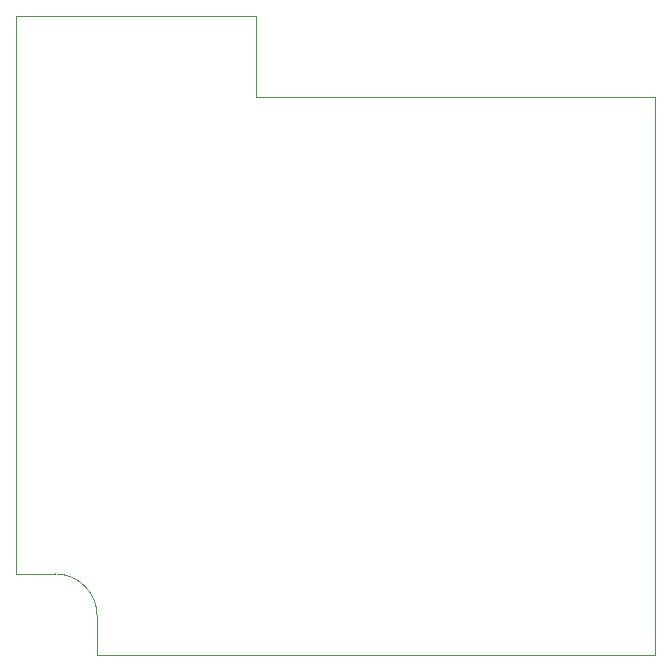
<source format=gm1>
G04 #@! TF.GenerationSoftware,KiCad,Pcbnew,(5.1.8-0-10_14)*
G04 #@! TF.CreationDate,2021-08-13T20:39:07-06:00*
G04 #@! TF.ProjectId,ESP8266_Water_Sensor,45535038-3236-4365-9f57-617465725f53,rev?*
G04 #@! TF.SameCoordinates,Original*
G04 #@! TF.FileFunction,Profile,NP*
%FSLAX46Y46*%
G04 Gerber Fmt 4.6, Leading zero omitted, Abs format (unit mm)*
G04 Created by KiCad (PCBNEW (5.1.8-0-10_14)) date 2021-08-13 20:39:07*
%MOMM*%
%LPD*%
G01*
G04 APERTURE LIST*
G04 #@! TA.AperFunction,Profile*
%ADD10C,0.025400*%
G04 #@! TD*
G04 APERTURE END LIST*
D10*
X223520000Y-83058000D02*
X257302000Y-83058000D01*
X223520000Y-83058000D02*
X223520000Y-76200000D01*
X206502000Y-123444000D02*
X203200000Y-123444000D01*
X210058000Y-127000000D02*
X210058000Y-130302000D01*
X210058000Y-127000000D02*
G75*
G03*
X206502000Y-123444000I-3556000J0D01*
G01*
X203200000Y-123444000D02*
X203200000Y-76200000D01*
X210058000Y-130302000D02*
X257302000Y-130302000D01*
X257302000Y-83058000D02*
X257302000Y-130302000D01*
X203200000Y-76200000D02*
X223520000Y-76200000D01*
M02*

</source>
